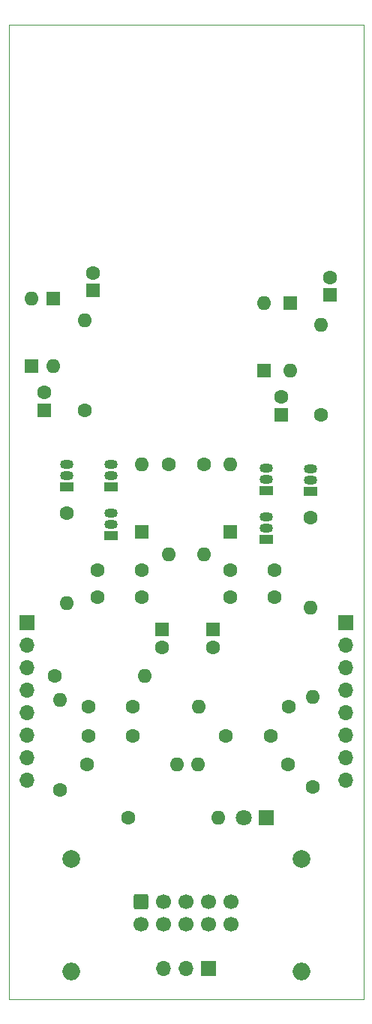
<source format=gts>
G04 #@! TF.GenerationSoftware,KiCad,Pcbnew,(6.0.6)*
G04 #@! TF.CreationDate,2022-10-26T13:26:05+02:00*
G04 #@! TF.ProjectId,Snare+Hihat,536e6172-652b-4486-9968-61742e6b6963,rev?*
G04 #@! TF.SameCoordinates,Original*
G04 #@! TF.FileFunction,Soldermask,Top*
G04 #@! TF.FilePolarity,Negative*
%FSLAX46Y46*%
G04 Gerber Fmt 4.6, Leading zero omitted, Abs format (unit mm)*
G04 Created by KiCad (PCBNEW (6.0.6)) date 2022-10-26 13:26:05*
%MOMM*%
%LPD*%
G01*
G04 APERTURE LIST*
G04 Aperture macros list*
%AMRoundRect*
0 Rectangle with rounded corners*
0 $1 Rounding radius*
0 $2 $3 $4 $5 $6 $7 $8 $9 X,Y pos of 4 corners*
0 Add a 4 corners polygon primitive as box body*
4,1,4,$2,$3,$4,$5,$6,$7,$8,$9,$2,$3,0*
0 Add four circle primitives for the rounded corners*
1,1,$1+$1,$2,$3*
1,1,$1+$1,$4,$5*
1,1,$1+$1,$6,$7*
1,1,$1+$1,$8,$9*
0 Add four rect primitives between the rounded corners*
20,1,$1+$1,$2,$3,$4,$5,0*
20,1,$1+$1,$4,$5,$6,$7,0*
20,1,$1+$1,$6,$7,$8,$9,0*
20,1,$1+$1,$8,$9,$2,$3,0*%
G04 Aperture macros list end*
G04 #@! TA.AperFunction,Profile*
%ADD10C,0.050000*%
G04 #@! TD*
%ADD11C,1.600000*%
%ADD12R,1.600000X1.600000*%
%ADD13O,1.600000X1.600000*%
%ADD14R,1.700000X1.700000*%
%ADD15O,1.700000X1.700000*%
%ADD16R,1.500000X1.050000*%
%ADD17O,1.500000X1.050000*%
%ADD18R,1.800000X1.800000*%
%ADD19C,1.800000*%
%ADD20C,2.000000*%
%ADD21O,2.000000X2.000000*%
%ADD22RoundRect,0.250000X-0.600000X0.600000X-0.600000X-0.600000X0.600000X-0.600000X0.600000X0.600000X0*%
%ADD23C,1.700000*%
G04 APERTURE END LIST*
D10*
X69999999Y-31000000D02*
X70000000Y-141000000D01*
X30000000Y-31000000D02*
X30000000Y-141000000D01*
X30000000Y-31000000D02*
X69999999Y-31000000D01*
X30000000Y-141000000D02*
X70000000Y-141000000D01*
D11*
X55000000Y-92590000D03*
X60000000Y-92590000D03*
X55000000Y-95590000D03*
X60000000Y-95590000D03*
X54500000Y-111250000D03*
X59500000Y-111250000D03*
X45000000Y-92590000D03*
X40000000Y-92590000D03*
X45000000Y-95590000D03*
X40000000Y-95590000D03*
X39000000Y-111250000D03*
X44000000Y-111250000D03*
X44000000Y-108000000D03*
X39000000Y-108000000D03*
D12*
X58750000Y-70000000D03*
D13*
X58750000Y-62380000D03*
D12*
X61750000Y-62380000D03*
D13*
X61750000Y-70000000D03*
D12*
X55000000Y-88210000D03*
D13*
X55000000Y-80590000D03*
D12*
X32500000Y-69500000D03*
D13*
X32500000Y-61880000D03*
D12*
X35000000Y-61880000D03*
D13*
X35000000Y-69500000D03*
D14*
X68000000Y-98500000D03*
D15*
X68000000Y-101040000D03*
X68000000Y-103580000D03*
X68000000Y-106120000D03*
X68000000Y-108660000D03*
X68000000Y-111200000D03*
X68000000Y-113740000D03*
X68000000Y-116280000D03*
D14*
X32000000Y-98500000D03*
D15*
X32000000Y-101040000D03*
X32000000Y-103580000D03*
X32000000Y-106120000D03*
X32000000Y-108660000D03*
X32000000Y-111200000D03*
X32000000Y-113740000D03*
X32000000Y-116280000D03*
D16*
X64000000Y-83630000D03*
D17*
X64000000Y-82360000D03*
X64000000Y-81090000D03*
D16*
X59000000Y-83590000D03*
D17*
X59000000Y-82320000D03*
X59000000Y-81050000D03*
D16*
X59000000Y-89090000D03*
D17*
X59000000Y-87820000D03*
X59000000Y-86550000D03*
D16*
X36500000Y-83130000D03*
D17*
X36500000Y-81860000D03*
X36500000Y-80590000D03*
D16*
X41500000Y-83130000D03*
D17*
X41500000Y-81860000D03*
X41500000Y-80590000D03*
D16*
X41500000Y-88630000D03*
D17*
X41500000Y-87360000D03*
X41500000Y-86090000D03*
D11*
X65250000Y-75000000D03*
D13*
X65250000Y-64840000D03*
D11*
X64000000Y-86590000D03*
D13*
X64000000Y-96750000D03*
D11*
X52000000Y-80590000D03*
D13*
X52000000Y-90750000D03*
D11*
X64250000Y-117000000D03*
D13*
X64250000Y-106840000D03*
D11*
X43420000Y-120500000D03*
D13*
X53580000Y-120500000D03*
D11*
X61580000Y-108000000D03*
D13*
X51420000Y-108000000D03*
D11*
X38500000Y-74500000D03*
D13*
X38500000Y-64340000D03*
D11*
X36500000Y-86090000D03*
D13*
X36500000Y-96250000D03*
D11*
X48000000Y-80590000D03*
D13*
X48000000Y-90750000D03*
D11*
X35750000Y-117330000D03*
D13*
X35750000Y-107170000D03*
D11*
X35170000Y-104500000D03*
D13*
X45330000Y-104500000D03*
D12*
X45000000Y-88210000D03*
D13*
X45000000Y-80590000D03*
D11*
X38800000Y-114500000D03*
D13*
X48960000Y-114500000D03*
D11*
X61500000Y-114500000D03*
D13*
X51340000Y-114500000D03*
D14*
X52525000Y-137500000D03*
D15*
X49985000Y-137500000D03*
X47445000Y-137500000D03*
D12*
X60750000Y-75000000D03*
D11*
X60750000Y-73000000D03*
D12*
X66250000Y-61500000D03*
D11*
X66250000Y-59500000D03*
D12*
X39500000Y-61000000D03*
D11*
X39500000Y-59000000D03*
D18*
X59000000Y-120500000D03*
D19*
X56460000Y-120500000D03*
D20*
X63000000Y-125150000D03*
D21*
X63000000Y-137850000D03*
D20*
X37000000Y-125150000D03*
D21*
X37000000Y-137850000D03*
D22*
X44920000Y-129960000D03*
D23*
X44920000Y-132500000D03*
X47460000Y-129960000D03*
X47460000Y-132500000D03*
X50000000Y-129960000D03*
X50000000Y-132500000D03*
X52540000Y-129960000D03*
X52540000Y-132500000D03*
X55080000Y-129960000D03*
X55080000Y-132500000D03*
D12*
X34000000Y-74500000D03*
D11*
X34000000Y-72500000D03*
D12*
X47250000Y-99250000D03*
D11*
X47250000Y-101250000D03*
D12*
X53000000Y-99250000D03*
D11*
X53000000Y-101250000D03*
M02*

</source>
